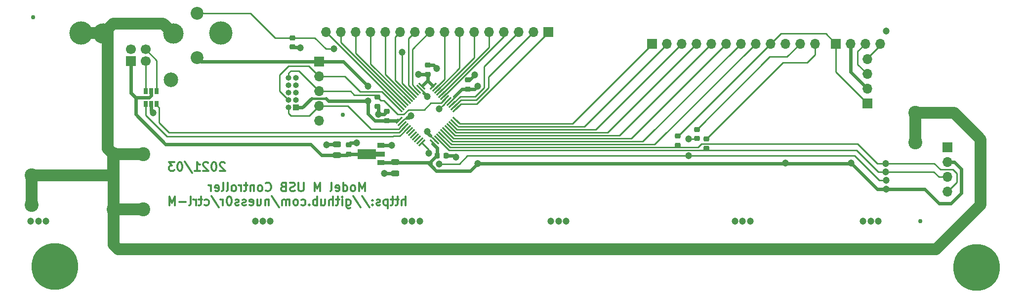
<source format=gbr>
G04 #@! TF.GenerationSoftware,KiCad,Pcbnew,6.0.11+dfsg-1*
G04 #@! TF.CreationDate,2023-05-31T16:11:06+02:00*
G04 #@! TF.ProjectId,ctrl-m,6374726c-2d6d-42e6-9b69-6361645f7063,1.1*
G04 #@! TF.SameCoordinates,Original*
G04 #@! TF.FileFunction,Copper,L2,Bot*
G04 #@! TF.FilePolarity,Positive*
%FSLAX46Y46*%
G04 Gerber Fmt 4.6, Leading zero omitted, Abs format (unit mm)*
G04 Created by KiCad (PCBNEW 6.0.11+dfsg-1) date 2023-05-31 16:11:06*
%MOMM*%
%LPD*%
G01*
G04 APERTURE LIST*
G04 Aperture macros list*
%AMRoundRect*
0 Rectangle with rounded corners*
0 $1 Rounding radius*
0 $2 $3 $4 $5 $6 $7 $8 $9 X,Y pos of 4 corners*
0 Add a 4 corners polygon primitive as box body*
4,1,4,$2,$3,$4,$5,$6,$7,$8,$9,$2,$3,0*
0 Add four circle primitives for the rounded corners*
1,1,$1+$1,$2,$3*
1,1,$1+$1,$4,$5*
1,1,$1+$1,$6,$7*
1,1,$1+$1,$8,$9*
0 Add four rect primitives between the rounded corners*
20,1,$1+$1,$2,$3,$4,$5,0*
20,1,$1+$1,$4,$5,$6,$7,0*
20,1,$1+$1,$6,$7,$8,$9,0*
20,1,$1+$1,$8,$9,$2,$3,0*%
%AMFreePoly0*
4,1,9,3.862500,-0.866500,0.737500,-0.866500,0.737500,-0.450000,-0.737500,-0.450000,-0.737500,0.450000,0.737500,0.450000,0.737500,0.866500,3.862500,0.866500,3.862500,-0.866500,3.862500,-0.866500,$1*%
G04 Aperture macros list end*
%ADD10C,0.300000*%
G04 #@! TA.AperFunction,NonConductor*
%ADD11C,0.300000*%
G04 #@! TD*
G04 #@! TA.AperFunction,ComponentPad*
%ADD12R,1.700000X1.700000*%
G04 #@! TD*
G04 #@! TA.AperFunction,ComponentPad*
%ADD13C,1.700000*%
G04 #@! TD*
G04 #@! TA.AperFunction,ComponentPad*
%ADD14C,3.500000*%
G04 #@! TD*
G04 #@! TA.AperFunction,ComponentPad*
%ADD15R,1.000000X1.000000*%
G04 #@! TD*
G04 #@! TA.AperFunction,ComponentPad*
%ADD16O,1.000000X1.000000*%
G04 #@! TD*
G04 #@! TA.AperFunction,ComponentPad*
%ADD17O,1.700000X1.700000*%
G04 #@! TD*
G04 #@! TA.AperFunction,ComponentPad*
%ADD18C,2.400000*%
G04 #@! TD*
G04 #@! TA.AperFunction,ComponentPad*
%ADD19C,2.200000*%
G04 #@! TD*
G04 #@! TA.AperFunction,ComponentPad*
%ADD20C,8.000000*%
G04 #@! TD*
G04 #@! TA.AperFunction,ComponentPad*
%ADD21C,4.000000*%
G04 #@! TD*
G04 #@! TA.AperFunction,ComponentPad*
%ADD22C,2.500000*%
G04 #@! TD*
G04 #@! TA.AperFunction,SMDPad,CuDef*
%ADD23RoundRect,0.218750X-0.218750X-0.256250X0.218750X-0.256250X0.218750X0.256250X-0.218750X0.256250X0*%
G04 #@! TD*
G04 #@! TA.AperFunction,SMDPad,CuDef*
%ADD24RoundRect,0.218750X0.256250X-0.218750X0.256250X0.218750X-0.256250X0.218750X-0.256250X-0.218750X0*%
G04 #@! TD*
G04 #@! TA.AperFunction,SMDPad,CuDef*
%ADD25RoundRect,0.218750X-0.256250X0.218750X-0.256250X-0.218750X0.256250X-0.218750X0.256250X0.218750X0*%
G04 #@! TD*
G04 #@! TA.AperFunction,SMDPad,CuDef*
%ADD26RoundRect,0.075000X0.415425X0.521491X-0.521491X-0.415425X-0.415425X-0.521491X0.521491X0.415425X0*%
G04 #@! TD*
G04 #@! TA.AperFunction,SMDPad,CuDef*
%ADD27RoundRect,0.075000X-0.415425X0.521491X-0.521491X0.415425X0.415425X-0.521491X0.521491X-0.415425X0*%
G04 #@! TD*
G04 #@! TA.AperFunction,SMDPad,CuDef*
%ADD28R,0.650000X1.060000*%
G04 #@! TD*
G04 #@! TA.AperFunction,SMDPad,CuDef*
%ADD29C,0.750000*%
G04 #@! TD*
G04 #@! TA.AperFunction,SMDPad,CuDef*
%ADD30R,1.300000X0.900000*%
G04 #@! TD*
G04 #@! TA.AperFunction,SMDPad,CuDef*
%ADD31FreePoly0,180.000000*%
G04 #@! TD*
G04 #@! TA.AperFunction,SMDPad,CuDef*
%ADD32RoundRect,0.243750X0.456250X-0.243750X0.456250X0.243750X-0.456250X0.243750X-0.456250X-0.243750X0*%
G04 #@! TD*
G04 #@! TA.AperFunction,SMDPad,CuDef*
%ADD33RoundRect,0.243750X-0.456250X0.243750X-0.456250X-0.243750X0.456250X-0.243750X0.456250X0.243750X0*%
G04 #@! TD*
G04 #@! TA.AperFunction,ViaPad*
%ADD34C,1.200000*%
G04 #@! TD*
G04 #@! TA.AperFunction,Conductor*
%ADD35C,0.600000*%
G04 #@! TD*
G04 #@! TA.AperFunction,Conductor*
%ADD36C,0.250000*%
G04 #@! TD*
G04 #@! TA.AperFunction,Conductor*
%ADD37C,2.000000*%
G04 #@! TD*
G04 #@! TA.AperFunction,Conductor*
%ADD38C,0.400000*%
G04 #@! TD*
G04 APERTURE END LIST*
D10*
D11*
X121155714Y-107370071D02*
X121155714Y-105870071D01*
X120655714Y-106941500D01*
X120155714Y-105870071D01*
X120155714Y-107370071D01*
X119227142Y-107370071D02*
X119370000Y-107298642D01*
X119441428Y-107227214D01*
X119512857Y-107084357D01*
X119512857Y-106655785D01*
X119441428Y-106512928D01*
X119370000Y-106441500D01*
X119227142Y-106370071D01*
X119012857Y-106370071D01*
X118870000Y-106441500D01*
X118798571Y-106512928D01*
X118727142Y-106655785D01*
X118727142Y-107084357D01*
X118798571Y-107227214D01*
X118870000Y-107298642D01*
X119012857Y-107370071D01*
X119227142Y-107370071D01*
X117441428Y-107370071D02*
X117441428Y-105870071D01*
X117441428Y-107298642D02*
X117584285Y-107370071D01*
X117870000Y-107370071D01*
X118012857Y-107298642D01*
X118084285Y-107227214D01*
X118155714Y-107084357D01*
X118155714Y-106655785D01*
X118084285Y-106512928D01*
X118012857Y-106441500D01*
X117870000Y-106370071D01*
X117584285Y-106370071D01*
X117441428Y-106441500D01*
X116155714Y-107298642D02*
X116298571Y-107370071D01*
X116584285Y-107370071D01*
X116727142Y-107298642D01*
X116798571Y-107155785D01*
X116798571Y-106584357D01*
X116727142Y-106441500D01*
X116584285Y-106370071D01*
X116298571Y-106370071D01*
X116155714Y-106441500D01*
X116084285Y-106584357D01*
X116084285Y-106727214D01*
X116798571Y-106870071D01*
X115227142Y-107370071D02*
X115370000Y-107298642D01*
X115441428Y-107155785D01*
X115441428Y-105870071D01*
X113512857Y-107370071D02*
X113512857Y-105870071D01*
X113012857Y-106941500D01*
X112512857Y-105870071D01*
X112512857Y-107370071D01*
X110655714Y-105870071D02*
X110655714Y-107084357D01*
X110584285Y-107227214D01*
X110512857Y-107298642D01*
X110370000Y-107370071D01*
X110084285Y-107370071D01*
X109941428Y-107298642D01*
X109870000Y-107227214D01*
X109798571Y-107084357D01*
X109798571Y-105870071D01*
X109155714Y-107298642D02*
X108941428Y-107370071D01*
X108584285Y-107370071D01*
X108441428Y-107298642D01*
X108370000Y-107227214D01*
X108298571Y-107084357D01*
X108298571Y-106941500D01*
X108370000Y-106798642D01*
X108441428Y-106727214D01*
X108584285Y-106655785D01*
X108870000Y-106584357D01*
X109012857Y-106512928D01*
X109084285Y-106441500D01*
X109155714Y-106298642D01*
X109155714Y-106155785D01*
X109084285Y-106012928D01*
X109012857Y-105941500D01*
X108870000Y-105870071D01*
X108512857Y-105870071D01*
X108298571Y-105941500D01*
X107155714Y-106584357D02*
X106941428Y-106655785D01*
X106870000Y-106727214D01*
X106798571Y-106870071D01*
X106798571Y-107084357D01*
X106870000Y-107227214D01*
X106941428Y-107298642D01*
X107084285Y-107370071D01*
X107655714Y-107370071D01*
X107655714Y-105870071D01*
X107155714Y-105870071D01*
X107012857Y-105941500D01*
X106941428Y-106012928D01*
X106870000Y-106155785D01*
X106870000Y-106298642D01*
X106941428Y-106441500D01*
X107012857Y-106512928D01*
X107155714Y-106584357D01*
X107655714Y-106584357D01*
X104155714Y-107227214D02*
X104227142Y-107298642D01*
X104441428Y-107370071D01*
X104584285Y-107370071D01*
X104798571Y-107298642D01*
X104941428Y-107155785D01*
X105012857Y-107012928D01*
X105084285Y-106727214D01*
X105084285Y-106512928D01*
X105012857Y-106227214D01*
X104941428Y-106084357D01*
X104798571Y-105941500D01*
X104584285Y-105870071D01*
X104441428Y-105870071D01*
X104227142Y-105941500D01*
X104155714Y-106012928D01*
X103298571Y-107370071D02*
X103441428Y-107298642D01*
X103512857Y-107227214D01*
X103584285Y-107084357D01*
X103584285Y-106655785D01*
X103512857Y-106512928D01*
X103441428Y-106441500D01*
X103298571Y-106370071D01*
X103084285Y-106370071D01*
X102941428Y-106441500D01*
X102870000Y-106512928D01*
X102798571Y-106655785D01*
X102798571Y-107084357D01*
X102870000Y-107227214D01*
X102941428Y-107298642D01*
X103084285Y-107370071D01*
X103298571Y-107370071D01*
X102155714Y-106370071D02*
X102155714Y-107370071D01*
X102155714Y-106512928D02*
X102084285Y-106441500D01*
X101941428Y-106370071D01*
X101727142Y-106370071D01*
X101584285Y-106441500D01*
X101512857Y-106584357D01*
X101512857Y-107370071D01*
X101012857Y-106370071D02*
X100441428Y-106370071D01*
X100798571Y-105870071D02*
X100798571Y-107155785D01*
X100727142Y-107298642D01*
X100584285Y-107370071D01*
X100441428Y-107370071D01*
X99941428Y-107370071D02*
X99941428Y-106370071D01*
X99941428Y-106655785D02*
X99870000Y-106512928D01*
X99798571Y-106441500D01*
X99655714Y-106370071D01*
X99512857Y-106370071D01*
X98798571Y-107370071D02*
X98941428Y-107298642D01*
X99012857Y-107227214D01*
X99084285Y-107084357D01*
X99084285Y-106655785D01*
X99012857Y-106512928D01*
X98941428Y-106441500D01*
X98798571Y-106370071D01*
X98584285Y-106370071D01*
X98441428Y-106441500D01*
X98370000Y-106512928D01*
X98298571Y-106655785D01*
X98298571Y-107084357D01*
X98370000Y-107227214D01*
X98441428Y-107298642D01*
X98584285Y-107370071D01*
X98798571Y-107370071D01*
X97441428Y-107370071D02*
X97584285Y-107298642D01*
X97655714Y-107155785D01*
X97655714Y-105870071D01*
X96655714Y-107370071D02*
X96798571Y-107298642D01*
X96870000Y-107155785D01*
X96870000Y-105870071D01*
X95512857Y-107298642D02*
X95655714Y-107370071D01*
X95941428Y-107370071D01*
X96084285Y-107298642D01*
X96155714Y-107155785D01*
X96155714Y-106584357D01*
X96084285Y-106441500D01*
X95941428Y-106370071D01*
X95655714Y-106370071D01*
X95512857Y-106441500D01*
X95441428Y-106584357D01*
X95441428Y-106727214D01*
X96155714Y-106870071D01*
X94798571Y-107370071D02*
X94798571Y-106370071D01*
X94798571Y-106655785D02*
X94727142Y-106512928D01*
X94655714Y-106441500D01*
X94512857Y-106370071D01*
X94370000Y-106370071D01*
X128120000Y-109785071D02*
X128120000Y-108285071D01*
X127477142Y-109785071D02*
X127477142Y-108999357D01*
X127548571Y-108856500D01*
X127691428Y-108785071D01*
X127905714Y-108785071D01*
X128048571Y-108856500D01*
X128120000Y-108927928D01*
X126977142Y-108785071D02*
X126405714Y-108785071D01*
X126762857Y-108285071D02*
X126762857Y-109570785D01*
X126691428Y-109713642D01*
X126548571Y-109785071D01*
X126405714Y-109785071D01*
X126120000Y-108785071D02*
X125548571Y-108785071D01*
X125905714Y-108285071D02*
X125905714Y-109570785D01*
X125834285Y-109713642D01*
X125691428Y-109785071D01*
X125548571Y-109785071D01*
X125048571Y-108785071D02*
X125048571Y-110285071D01*
X125048571Y-108856500D02*
X124905714Y-108785071D01*
X124620000Y-108785071D01*
X124477142Y-108856500D01*
X124405714Y-108927928D01*
X124334285Y-109070785D01*
X124334285Y-109499357D01*
X124405714Y-109642214D01*
X124477142Y-109713642D01*
X124620000Y-109785071D01*
X124905714Y-109785071D01*
X125048571Y-109713642D01*
X123762857Y-109713642D02*
X123620000Y-109785071D01*
X123334285Y-109785071D01*
X123191428Y-109713642D01*
X123120000Y-109570785D01*
X123120000Y-109499357D01*
X123191428Y-109356500D01*
X123334285Y-109285071D01*
X123548571Y-109285071D01*
X123691428Y-109213642D01*
X123762857Y-109070785D01*
X123762857Y-108999357D01*
X123691428Y-108856500D01*
X123548571Y-108785071D01*
X123334285Y-108785071D01*
X123191428Y-108856500D01*
X122477142Y-109642214D02*
X122405714Y-109713642D01*
X122477142Y-109785071D01*
X122548571Y-109713642D01*
X122477142Y-109642214D01*
X122477142Y-109785071D01*
X122477142Y-108856500D02*
X122405714Y-108927928D01*
X122477142Y-108999357D01*
X122548571Y-108927928D01*
X122477142Y-108856500D01*
X122477142Y-108999357D01*
X120691428Y-108213642D02*
X121977142Y-110142214D01*
X119120000Y-108213642D02*
X120405714Y-110142214D01*
X117977142Y-108785071D02*
X117977142Y-109999357D01*
X118048571Y-110142214D01*
X118120000Y-110213642D01*
X118262857Y-110285071D01*
X118477142Y-110285071D01*
X118620000Y-110213642D01*
X117977142Y-109713642D02*
X118120000Y-109785071D01*
X118405714Y-109785071D01*
X118548571Y-109713642D01*
X118620000Y-109642214D01*
X118691428Y-109499357D01*
X118691428Y-109070785D01*
X118620000Y-108927928D01*
X118548571Y-108856500D01*
X118405714Y-108785071D01*
X118120000Y-108785071D01*
X117977142Y-108856500D01*
X117262857Y-109785071D02*
X117262857Y-108785071D01*
X117262857Y-108285071D02*
X117334285Y-108356500D01*
X117262857Y-108427928D01*
X117191428Y-108356500D01*
X117262857Y-108285071D01*
X117262857Y-108427928D01*
X116762857Y-108785071D02*
X116191428Y-108785071D01*
X116548571Y-108285071D02*
X116548571Y-109570785D01*
X116477142Y-109713642D01*
X116334285Y-109785071D01*
X116191428Y-109785071D01*
X115691428Y-109785071D02*
X115691428Y-108285071D01*
X115048571Y-109785071D02*
X115048571Y-108999357D01*
X115120000Y-108856500D01*
X115262857Y-108785071D01*
X115477142Y-108785071D01*
X115620000Y-108856500D01*
X115691428Y-108927928D01*
X113691428Y-108785071D02*
X113691428Y-109785071D01*
X114334285Y-108785071D02*
X114334285Y-109570785D01*
X114262857Y-109713642D01*
X114120000Y-109785071D01*
X113905714Y-109785071D01*
X113762857Y-109713642D01*
X113691428Y-109642214D01*
X112977142Y-109785071D02*
X112977142Y-108285071D01*
X112977142Y-108856500D02*
X112834285Y-108785071D01*
X112548571Y-108785071D01*
X112405714Y-108856500D01*
X112334285Y-108927928D01*
X112262857Y-109070785D01*
X112262857Y-109499357D01*
X112334285Y-109642214D01*
X112405714Y-109713642D01*
X112548571Y-109785071D01*
X112834285Y-109785071D01*
X112977142Y-109713642D01*
X111619999Y-109642214D02*
X111548571Y-109713642D01*
X111619999Y-109785071D01*
X111691428Y-109713642D01*
X111619999Y-109642214D01*
X111619999Y-109785071D01*
X110262857Y-109713642D02*
X110405714Y-109785071D01*
X110691428Y-109785071D01*
X110834285Y-109713642D01*
X110905714Y-109642214D01*
X110977142Y-109499357D01*
X110977142Y-109070785D01*
X110905714Y-108927928D01*
X110834285Y-108856500D01*
X110691428Y-108785071D01*
X110405714Y-108785071D01*
X110262857Y-108856500D01*
X109405714Y-109785071D02*
X109548571Y-109713642D01*
X109619999Y-109642214D01*
X109691428Y-109499357D01*
X109691428Y-109070785D01*
X109619999Y-108927928D01*
X109548571Y-108856500D01*
X109405714Y-108785071D01*
X109191428Y-108785071D01*
X109048571Y-108856500D01*
X108977142Y-108927928D01*
X108905714Y-109070785D01*
X108905714Y-109499357D01*
X108977142Y-109642214D01*
X109048571Y-109713642D01*
X109191428Y-109785071D01*
X109405714Y-109785071D01*
X108262857Y-109785071D02*
X108262857Y-108785071D01*
X108262857Y-108927928D02*
X108191428Y-108856500D01*
X108048571Y-108785071D01*
X107834285Y-108785071D01*
X107691428Y-108856500D01*
X107619999Y-108999357D01*
X107619999Y-109785071D01*
X107619999Y-108999357D02*
X107548571Y-108856500D01*
X107405714Y-108785071D01*
X107191428Y-108785071D01*
X107048571Y-108856500D01*
X106977142Y-108999357D01*
X106977142Y-109785071D01*
X105191428Y-108213642D02*
X106477142Y-110142214D01*
X104691428Y-108785071D02*
X104691428Y-109785071D01*
X104691428Y-108927928D02*
X104619999Y-108856500D01*
X104477142Y-108785071D01*
X104262857Y-108785071D01*
X104119999Y-108856500D01*
X104048571Y-108999357D01*
X104048571Y-109785071D01*
X102691428Y-108785071D02*
X102691428Y-109785071D01*
X103334285Y-108785071D02*
X103334285Y-109570785D01*
X103262857Y-109713642D01*
X103119999Y-109785071D01*
X102905714Y-109785071D01*
X102762857Y-109713642D01*
X102691428Y-109642214D01*
X101405714Y-109713642D02*
X101548571Y-109785071D01*
X101834285Y-109785071D01*
X101977142Y-109713642D01*
X102048571Y-109570785D01*
X102048571Y-108999357D01*
X101977142Y-108856500D01*
X101834285Y-108785071D01*
X101548571Y-108785071D01*
X101405714Y-108856500D01*
X101334285Y-108999357D01*
X101334285Y-109142214D01*
X102048571Y-109285071D01*
X100762857Y-109713642D02*
X100619999Y-109785071D01*
X100334285Y-109785071D01*
X100191428Y-109713642D01*
X100119999Y-109570785D01*
X100119999Y-109499357D01*
X100191428Y-109356500D01*
X100334285Y-109285071D01*
X100548571Y-109285071D01*
X100691428Y-109213642D01*
X100762857Y-109070785D01*
X100762857Y-108999357D01*
X100691428Y-108856500D01*
X100548571Y-108785071D01*
X100334285Y-108785071D01*
X100191428Y-108856500D01*
X99548571Y-109713642D02*
X99405714Y-109785071D01*
X99119999Y-109785071D01*
X98977142Y-109713642D01*
X98905714Y-109570785D01*
X98905714Y-109499357D01*
X98977142Y-109356500D01*
X99119999Y-109285071D01*
X99334285Y-109285071D01*
X99477142Y-109213642D01*
X99548571Y-109070785D01*
X99548571Y-108999357D01*
X99477142Y-108856500D01*
X99334285Y-108785071D01*
X99119999Y-108785071D01*
X98977142Y-108856500D01*
X97977142Y-108285071D02*
X97834285Y-108285071D01*
X97691428Y-108356500D01*
X97619999Y-108427928D01*
X97548571Y-108570785D01*
X97477142Y-108856500D01*
X97477142Y-109213642D01*
X97548571Y-109499357D01*
X97619999Y-109642214D01*
X97691428Y-109713642D01*
X97834285Y-109785071D01*
X97977142Y-109785071D01*
X98119999Y-109713642D01*
X98191428Y-109642214D01*
X98262857Y-109499357D01*
X98334285Y-109213642D01*
X98334285Y-108856500D01*
X98262857Y-108570785D01*
X98191428Y-108427928D01*
X98119999Y-108356500D01*
X97977142Y-108285071D01*
X96834285Y-109785071D02*
X96834285Y-108785071D01*
X96834285Y-109070785D02*
X96762857Y-108927928D01*
X96691428Y-108856500D01*
X96548571Y-108785071D01*
X96405714Y-108785071D01*
X94834285Y-108213642D02*
X96119999Y-110142214D01*
X93691428Y-109713642D02*
X93834285Y-109785071D01*
X94119999Y-109785071D01*
X94262857Y-109713642D01*
X94334285Y-109642214D01*
X94405714Y-109499357D01*
X94405714Y-109070785D01*
X94334285Y-108927928D01*
X94262857Y-108856500D01*
X94119999Y-108785071D01*
X93834285Y-108785071D01*
X93691428Y-108856500D01*
X93262857Y-108785071D02*
X92691428Y-108785071D01*
X93048571Y-108285071D02*
X93048571Y-109570785D01*
X92977142Y-109713642D01*
X92834285Y-109785071D01*
X92691428Y-109785071D01*
X92191428Y-109785071D02*
X92191428Y-108785071D01*
X92191428Y-109070785D02*
X92119999Y-108927928D01*
X92048571Y-108856500D01*
X91905714Y-108785071D01*
X91762857Y-108785071D01*
X91048571Y-109785071D02*
X91191428Y-109713642D01*
X91262857Y-109570785D01*
X91262857Y-108285071D01*
X90477142Y-109213642D02*
X89334285Y-109213642D01*
X88619999Y-109785071D02*
X88619999Y-108285071D01*
X88119999Y-109356500D01*
X87619999Y-108285071D01*
X87619999Y-109785071D01*
D10*
D11*
X97155714Y-102520428D02*
X97084285Y-102449000D01*
X96941428Y-102377571D01*
X96584285Y-102377571D01*
X96441428Y-102449000D01*
X96370000Y-102520428D01*
X96298571Y-102663285D01*
X96298571Y-102806142D01*
X96370000Y-103020428D01*
X97227142Y-103877571D01*
X96298571Y-103877571D01*
X95370000Y-102377571D02*
X95227142Y-102377571D01*
X95084285Y-102449000D01*
X95012857Y-102520428D01*
X94941428Y-102663285D01*
X94870000Y-102949000D01*
X94870000Y-103306142D01*
X94941428Y-103591857D01*
X95012857Y-103734714D01*
X95084285Y-103806142D01*
X95227142Y-103877571D01*
X95370000Y-103877571D01*
X95512857Y-103806142D01*
X95584285Y-103734714D01*
X95655714Y-103591857D01*
X95727142Y-103306142D01*
X95727142Y-102949000D01*
X95655714Y-102663285D01*
X95584285Y-102520428D01*
X95512857Y-102449000D01*
X95370000Y-102377571D01*
X94298571Y-102520428D02*
X94227142Y-102449000D01*
X94084285Y-102377571D01*
X93727142Y-102377571D01*
X93584285Y-102449000D01*
X93512857Y-102520428D01*
X93441428Y-102663285D01*
X93441428Y-102806142D01*
X93512857Y-103020428D01*
X94370000Y-103877571D01*
X93441428Y-103877571D01*
X92012857Y-103877571D02*
X92870000Y-103877571D01*
X92441428Y-103877571D02*
X92441428Y-102377571D01*
X92584285Y-102591857D01*
X92727142Y-102734714D01*
X92870000Y-102806142D01*
X90298571Y-102306142D02*
X91584285Y-104234714D01*
X89512857Y-102377571D02*
X89370000Y-102377571D01*
X89227142Y-102449000D01*
X89155714Y-102520428D01*
X89084285Y-102663285D01*
X89012857Y-102949000D01*
X89012857Y-103306142D01*
X89084285Y-103591857D01*
X89155714Y-103734714D01*
X89227142Y-103806142D01*
X89370000Y-103877571D01*
X89512857Y-103877571D01*
X89655714Y-103806142D01*
X89727142Y-103734714D01*
X89798571Y-103591857D01*
X89870000Y-103306142D01*
X89870000Y-102949000D01*
X89798571Y-102663285D01*
X89727142Y-102520428D01*
X89655714Y-102449000D01*
X89512857Y-102377571D01*
X88512857Y-102377571D02*
X87584285Y-102377571D01*
X88084285Y-102949000D01*
X87870000Y-102949000D01*
X87727142Y-103020428D01*
X87655714Y-103091857D01*
X87584285Y-103234714D01*
X87584285Y-103591857D01*
X87655714Y-103734714D01*
X87727142Y-103806142D01*
X87870000Y-103877571D01*
X88298571Y-103877571D01*
X88441428Y-103806142D01*
X88512857Y-103734714D01*
D12*
X81070000Y-85000000D03*
D13*
X83570000Y-85000000D03*
X83570000Y-83000000D03*
X81070000Y-83000000D03*
D14*
X76300000Y-80290000D03*
X88340000Y-80290000D03*
D15*
X109347000Y-92964000D03*
D16*
X108077000Y-92964000D03*
X109347000Y-91694000D03*
X108077000Y-91694000D03*
X109347000Y-90424000D03*
X108077000Y-90424000D03*
X109347000Y-89154000D03*
X108077000Y-89154000D03*
X109347000Y-87884000D03*
X108077000Y-87884000D03*
D12*
X152600000Y-80000000D03*
D17*
X150060000Y-80000000D03*
X147520000Y-80000000D03*
X144980000Y-80000000D03*
X142440000Y-80000000D03*
X139900000Y-80000000D03*
X137360000Y-80000000D03*
X134820000Y-80000000D03*
X132280000Y-80000000D03*
X129740000Y-80000000D03*
X127200000Y-80000000D03*
X124660000Y-80000000D03*
X122120000Y-80000000D03*
X119580000Y-80000000D03*
X117040000Y-80000000D03*
X114500000Y-80000000D03*
D12*
X170400000Y-82000000D03*
D17*
X172940000Y-82000000D03*
X175480000Y-82000000D03*
X178020000Y-82000000D03*
X180560000Y-82000000D03*
X183100000Y-82000000D03*
X185640000Y-82000000D03*
X188180000Y-82000000D03*
X190720000Y-82000000D03*
X193260000Y-82000000D03*
X195800000Y-82000000D03*
X198340000Y-82000000D03*
D12*
X201880000Y-82000000D03*
D17*
X204420000Y-82000000D03*
X206960000Y-82000000D03*
X209500000Y-82000000D03*
D18*
X215500000Y-93920000D03*
X215500000Y-99000000D03*
X64000000Y-109749000D03*
X64000000Y-104669000D03*
X78060000Y-101000000D03*
X83140000Y-101000000D03*
D12*
X221000000Y-99822000D03*
D17*
X221000000Y-102362000D03*
X221000000Y-104902000D03*
X221000000Y-107442000D03*
D12*
X113284000Y-85059000D03*
D17*
X113284000Y-87599000D03*
X113284000Y-90139000D03*
X113284000Y-92679000D03*
X113284000Y-95219000D03*
D18*
X83140000Y-110469000D03*
X78060000Y-110469000D03*
D12*
X207270000Y-92269000D03*
D17*
X207270000Y-89729000D03*
X207270000Y-87189000D03*
X207270000Y-84649000D03*
D19*
X92400000Y-76769000D03*
X92400000Y-84389000D03*
D20*
X68000000Y-120300000D03*
X226000000Y-120500000D03*
D21*
X72470000Y-80169000D03*
X96500000Y-80199000D03*
D22*
X87900000Y-88199000D03*
D23*
X133536500Y-101289000D03*
X135111500Y-101289000D03*
D24*
X124900000Y-95250000D03*
X124900000Y-93675000D03*
X108728000Y-82558000D03*
X108728000Y-80983000D03*
D25*
X178076500Y-96748500D03*
X178076500Y-98323500D03*
D26*
X132902788Y-89301124D03*
X133256342Y-89654678D03*
X133609895Y-90008231D03*
X133963449Y-90361785D03*
X134317002Y-90715338D03*
X134670555Y-91068891D03*
X135024109Y-91422445D03*
X135377662Y-91775998D03*
X135731215Y-92129551D03*
X136084769Y-92483105D03*
X136438322Y-92836658D03*
X136791876Y-93190212D03*
D27*
X136791876Y-95187788D03*
X136438322Y-95541342D03*
X136084769Y-95894895D03*
X135731215Y-96248449D03*
X135377662Y-96602002D03*
X135024109Y-96955555D03*
X134670555Y-97309109D03*
X134317002Y-97662662D03*
X133963449Y-98016215D03*
X133609895Y-98369769D03*
X133256342Y-98723322D03*
X132902788Y-99076876D03*
D26*
X130905212Y-99076876D03*
X130551658Y-98723322D03*
X130198105Y-98369769D03*
X129844551Y-98016215D03*
X129490998Y-97662662D03*
X129137445Y-97309109D03*
X128783891Y-96955555D03*
X128430338Y-96602002D03*
X128076785Y-96248449D03*
X127723231Y-95894895D03*
X127369678Y-95541342D03*
X127016124Y-95187788D03*
D27*
X127016124Y-93190212D03*
X127369678Y-92836658D03*
X127723231Y-92483105D03*
X128076785Y-92129551D03*
X128430338Y-91775998D03*
X128783891Y-91422445D03*
X129137445Y-91068891D03*
X129490998Y-90715338D03*
X129844551Y-90361785D03*
X130198105Y-90008231D03*
X130551658Y-89654678D03*
X130905212Y-89301124D03*
D25*
X123320000Y-91211500D03*
X123320000Y-92786500D03*
X174774500Y-97891500D03*
X174774500Y-99466500D03*
X179664000Y-98399500D03*
X179664000Y-99974500D03*
D24*
X138811000Y-89789000D03*
X138811000Y-88214000D03*
D28*
X85471000Y-92329000D03*
X84521000Y-92329000D03*
X83571000Y-92329000D03*
X83571000Y-90129000D03*
X84521000Y-90129000D03*
X85471000Y-90129000D03*
D24*
X131924000Y-87289000D03*
X131924000Y-85714000D03*
D29*
X64330000Y-77499000D03*
X216340000Y-112529000D03*
X117400000Y-94219000D03*
D30*
X123920000Y-99469000D03*
D31*
X123832500Y-100969000D03*
D30*
X123920000Y-102469000D03*
D24*
X118370000Y-100956500D03*
X118370000Y-99381500D03*
D32*
X116370000Y-101206500D03*
X116370000Y-99331500D03*
D33*
X126365000Y-102392000D03*
X126365000Y-104267000D03*
D34*
X63900000Y-112549000D03*
X66500000Y-112549000D03*
X65200000Y-112549000D03*
X206550000Y-112549000D03*
X209150000Y-112549000D03*
X207850000Y-112549000D03*
X184600000Y-112549000D03*
X187200000Y-112549000D03*
X185900000Y-112549000D03*
X153050000Y-112549000D03*
X155650000Y-112549000D03*
X154350000Y-112549000D03*
X127950000Y-112549000D03*
X130550000Y-112549000D03*
X129250000Y-112549000D03*
X104950000Y-112549000D03*
X103650000Y-112549000D03*
X102350000Y-112549000D03*
X114570000Y-99369000D03*
X119770000Y-99069000D03*
X124460000Y-104267000D03*
X125770000Y-99469000D03*
X84840000Y-93869000D03*
X136779000Y-101536500D03*
X131826000Y-91059000D03*
X210510000Y-79799000D03*
X133915328Y-93227010D03*
X133500001Y-86299001D03*
X123480000Y-94099000D03*
X129022064Y-94423520D03*
X131889500Y-97091500D03*
X110070000Y-82669000D03*
X139965501Y-87364501D03*
X210500000Y-106999000D03*
X140462000Y-102616000D03*
X204499998Y-102500000D03*
X121666022Y-89281000D03*
X121666000Y-91844996D03*
X140462000Y-89281000D03*
X130302000Y-87249000D03*
X193230500Y-102500000D03*
X210600000Y-117379000D03*
X78065010Y-112709000D03*
X127560000Y-83439000D03*
X115869986Y-82869000D03*
X210460000Y-104019000D03*
X176616002Y-98361500D03*
X210490000Y-105499000D03*
X132070007Y-100868993D03*
X133870014Y-102669000D03*
X176616000Y-101282500D03*
X210440000Y-102599000D03*
D35*
X121666000Y-91844996D02*
X114913496Y-91844996D01*
X114913496Y-91844996D02*
X114467500Y-91399000D01*
X109347000Y-92964000D02*
X110446000Y-92964000D01*
X110446000Y-92964000D02*
X112011000Y-91399000D01*
D36*
X110930000Y-85869000D02*
X108070000Y-85869000D01*
X113284000Y-87599000D02*
X111554000Y-85869000D01*
X111554000Y-85869000D02*
X110930000Y-85869000D01*
X109814000Y-86669000D02*
X109680000Y-86669000D01*
X109680000Y-86669000D02*
X108477000Y-86669000D01*
X113284000Y-90139000D02*
X109814000Y-86669000D01*
X111117000Y-94369000D02*
X111594000Y-94369000D01*
X111594000Y-94369000D02*
X113284000Y-92679000D01*
X120368000Y-90269000D02*
X118049000Y-87950000D01*
X113284000Y-87599000D02*
X117698000Y-87599000D01*
X117698000Y-87599000D02*
X118049000Y-87950000D01*
X119364501Y-90809000D02*
X118727251Y-90171749D01*
X113284000Y-90139000D02*
X118694502Y-90139000D01*
X118694502Y-90139000D02*
X118727251Y-90171749D01*
X122174000Y-96647000D02*
X118338000Y-92811000D01*
X113284000Y-92679000D02*
X118206000Y-92679000D01*
X118206000Y-92679000D02*
X118338000Y-92811000D01*
D35*
X92400000Y-84389000D02*
X93070000Y-85059000D01*
X93070000Y-85059000D02*
X113284000Y-85059000D01*
X113284000Y-85059000D02*
X117444022Y-85059000D01*
X117444022Y-85059000D02*
X121666022Y-89281000D01*
D36*
X129137445Y-91068891D02*
X126350001Y-88281447D01*
X126350001Y-88281447D02*
X126350001Y-80849999D01*
X126350001Y-80849999D02*
X127200000Y-80000000D01*
D35*
X210500000Y-106999000D02*
X208998998Y-106999000D01*
D36*
X174670000Y-99669000D02*
X174823000Y-99822000D01*
X174823000Y-99822000D02*
X178237389Y-99822000D01*
X178237389Y-99822000D02*
X178872389Y-99187000D01*
X178872389Y-99187000D02*
X205588000Y-99187000D01*
X205588000Y-99187000D02*
X209000000Y-102599000D01*
X209000000Y-102599000D02*
X218750000Y-102599000D01*
X218750000Y-102599000D02*
X219800000Y-103649000D01*
X219800000Y-103649000D02*
X221950000Y-103649000D01*
X221950000Y-103649000D02*
X222600000Y-104299000D01*
X222600000Y-104299000D02*
X222600000Y-105842000D01*
X222600000Y-105842000D02*
X221000000Y-107442000D01*
D37*
X215500000Y-93920000D02*
X222190000Y-93920000D01*
X219046910Y-117344010D02*
X78848617Y-117344010D01*
X222190000Y-93920000D02*
X226700000Y-98430000D01*
X78065010Y-116560403D02*
X78065010Y-110474010D01*
X226700000Y-98430000D02*
X226700000Y-109690920D01*
X226700000Y-109690920D02*
X219046910Y-117344010D01*
X78848617Y-117344010D02*
X78065010Y-116560403D01*
X78065010Y-110474010D02*
X78060000Y-110469000D01*
D36*
X210490000Y-105499000D02*
X209300000Y-105499000D01*
X133609895Y-98369769D02*
X135570126Y-100330000D01*
X218680000Y-104029000D02*
X219553000Y-104902000D01*
X135570126Y-100330000D02*
X205431000Y-100330000D01*
X205431000Y-100330000D02*
X209130000Y-104029000D01*
X209130000Y-104029000D02*
X218680000Y-104029000D01*
X219553000Y-104902000D02*
X221000000Y-104902000D01*
D35*
X221000000Y-102362000D02*
X222213000Y-102362000D01*
X222213000Y-102362000D02*
X223400000Y-103549000D01*
X223400000Y-103549000D02*
X223400000Y-107709000D01*
X223400000Y-107709000D02*
X221640000Y-109469000D01*
X208998998Y-106999000D02*
X204499998Y-102500000D01*
X221640000Y-109469000D02*
X219570000Y-109469000D01*
X219570000Y-109469000D02*
X217100000Y-106999000D01*
X217100000Y-106999000D02*
X208998998Y-106999000D01*
D36*
X205083500Y-101282500D02*
X138712252Y-101282500D01*
X179664000Y-99974500D02*
X179664000Y-100330000D01*
X178457500Y-101282500D02*
X177323106Y-101282500D01*
X177323106Y-101282500D02*
X176616000Y-101282500D01*
D35*
X125449949Y-104267000D02*
X124460000Y-104267000D01*
X135111500Y-101289000D02*
X136531500Y-101289000D01*
X114607500Y-99331500D02*
X114570000Y-99369000D01*
X131889500Y-97091500D02*
X131889500Y-97356480D01*
X138811000Y-88214000D02*
X139116002Y-88214000D01*
X126365000Y-104267000D02*
X125449949Y-104267000D01*
X128703584Y-94742000D02*
X129022064Y-94423520D01*
D36*
X130551658Y-89654678D02*
X131826000Y-90929020D01*
D35*
X118370000Y-99381500D02*
X118682500Y-99069000D01*
X132915000Y-85714000D02*
X133500001Y-86299001D01*
D36*
X133212020Y-98679000D02*
X133223000Y-98679000D01*
X131826000Y-90929020D02*
X131826000Y-91059000D01*
X128016000Y-94869000D02*
X127381000Y-95504000D01*
D35*
X131826000Y-91059000D02*
X131294606Y-90527606D01*
X128397000Y-94742000D02*
X128703584Y-94742000D01*
X123480000Y-93979000D02*
X123480000Y-93039000D01*
X131924000Y-85714000D02*
X132915000Y-85714000D01*
D36*
X135366340Y-91775998D02*
X134615327Y-92527011D01*
D35*
X84521000Y-93550000D02*
X84840000Y-93869000D01*
X116370000Y-99331500D02*
X114607500Y-99331500D01*
X131889500Y-97091500D02*
X131889500Y-97345500D01*
X136531500Y-101289000D02*
X136779000Y-101536500D01*
X123480000Y-94099000D02*
X124500000Y-94099000D01*
X131889500Y-97345500D02*
X132334000Y-97790000D01*
X118682500Y-99069000D02*
X119770000Y-99069000D01*
X124500000Y-94099000D02*
X124900000Y-93699000D01*
D36*
X128270993Y-94869000D02*
X128016000Y-94869000D01*
D35*
X84521000Y-92329000D02*
X84521000Y-93550000D01*
D36*
X132334000Y-97790000D02*
X133212020Y-98679000D01*
D35*
X139116002Y-88214000D02*
X139965501Y-87364501D01*
X110035000Y-82634000D02*
X110070000Y-82669000D01*
X123920000Y-99469000D02*
X125770000Y-99469000D01*
D36*
X131889500Y-97356480D02*
X132334000Y-97790000D01*
X135377662Y-91775998D02*
X135366340Y-91775998D01*
D35*
X108728000Y-82634000D02*
X110035000Y-82634000D01*
D36*
X134615327Y-92527011D02*
X133915328Y-93227010D01*
D35*
X123480000Y-93039000D02*
X123320000Y-92879000D01*
X87020000Y-99269000D02*
X111870000Y-99269000D01*
X84521000Y-90934002D02*
X84184001Y-91271001D01*
X118370000Y-100956500D02*
X123820000Y-100956500D01*
X111870000Y-99269000D02*
X113770000Y-101169000D01*
X116332500Y-101169000D02*
X116370000Y-101206500D01*
X123820000Y-100956500D02*
X123832500Y-100969000D01*
X84521000Y-90129000D02*
X84521000Y-90934002D01*
X81873001Y-91271001D02*
X81873001Y-94122001D01*
X116370000Y-101206500D02*
X118120000Y-101206500D01*
X84184001Y-91271001D02*
X81873001Y-91271001D01*
X113770000Y-101169000D02*
X116332500Y-101169000D01*
X81070000Y-90468000D02*
X81873001Y-91271001D01*
X118120000Y-101206500D02*
X118370000Y-100956500D01*
X81873001Y-94122001D02*
X87020000Y-99269000D01*
X81070000Y-85000000D02*
X81070000Y-90468000D01*
X200123000Y-102616000D02*
X140462000Y-102616000D01*
X133450000Y-101289000D02*
X132469996Y-102269004D01*
X132266000Y-102473000D02*
X132469996Y-102269004D01*
X131924000Y-88294000D02*
X131017117Y-89200883D01*
X133198015Y-99621429D02*
X133198015Y-99584249D01*
X204420000Y-86879000D02*
X204420000Y-82000000D01*
X131924000Y-87289000D02*
X130342000Y-87289000D01*
X130342000Y-87289000D02*
X130302000Y-87249000D01*
X139954000Y-89789000D02*
X140462000Y-89281000D01*
D36*
X136525000Y-91059000D02*
X136525000Y-91300426D01*
D35*
X121666000Y-94055000D02*
X121666000Y-91844996D01*
X137795000Y-89789000D02*
X136779000Y-90805000D01*
X133389996Y-103869002D02*
X133152994Y-103632000D01*
X139208998Y-103869002D02*
X133389996Y-103869002D01*
X133536500Y-99922734D02*
X132796715Y-99182949D01*
D36*
X136525000Y-91300426D02*
X135763000Y-92062426D01*
D35*
X133536500Y-101289000D02*
X133450000Y-101289000D01*
D36*
X135763000Y-92062426D02*
X135763000Y-92075000D01*
D35*
X132756051Y-89195051D02*
X132796715Y-89195051D01*
X123924000Y-102473000D02*
X123920000Y-102469000D01*
X133152994Y-103632000D02*
X131993994Y-102473000D01*
X136779000Y-90805000D02*
X136525000Y-91059000D01*
D38*
X114467500Y-91399000D02*
X113832500Y-91399000D01*
D35*
X126712766Y-95279000D02*
X122890000Y-95279000D01*
X138811000Y-89789000D02*
X137795000Y-89789000D01*
X140462000Y-102616000D02*
X139208998Y-103869002D01*
X138811000Y-89789000D02*
X139954000Y-89789000D01*
X207270000Y-89729000D02*
X204420000Y-86879000D01*
X131924000Y-88363000D02*
X132756051Y-89195051D01*
X131924000Y-87289000D02*
X131924000Y-88363000D01*
X131924000Y-87289000D02*
X131924000Y-88294000D01*
X132469996Y-102269004D02*
X132469996Y-102949002D01*
D38*
X113789000Y-91399000D02*
X112011000Y-91399000D01*
D35*
X131993994Y-102473000D02*
X132266000Y-102473000D01*
X133536500Y-101289000D02*
X133536500Y-99922734D01*
X204383998Y-102616000D02*
X200123000Y-102616000D01*
X132469996Y-102949002D02*
X133152994Y-103632000D01*
X126803978Y-95187788D02*
X126712766Y-95279000D01*
X131993994Y-102473000D02*
X123924000Y-102473000D01*
X122890000Y-95279000D02*
X121666000Y-94055000D01*
D36*
X135024109Y-91422445D02*
X134244554Y-92202000D01*
X123300000Y-91199000D02*
X123200000Y-91199000D01*
X132461000Y-92202000D02*
X131318000Y-93345000D01*
X108077000Y-87069000D02*
X108077000Y-87884000D01*
X123200000Y-91199000D02*
X122810000Y-90809000D01*
X134244554Y-92202000D02*
X132461000Y-92202000D01*
X128651000Y-93345000D02*
X127827000Y-94169000D01*
X123900000Y-91799000D02*
X123300000Y-91199000D01*
X126740000Y-94169000D02*
X124370000Y-91799000D01*
X124370000Y-91799000D02*
X123900000Y-91799000D01*
X108477000Y-86669000D02*
X108077000Y-87069000D01*
X131318000Y-93345000D02*
X128651000Y-93345000D01*
X127827000Y-94169000D02*
X126740000Y-94169000D01*
X122810000Y-90809000D02*
X119364501Y-90809000D01*
D37*
X86590001Y-78540001D02*
X88340000Y-80290000D01*
X83140000Y-110469000D02*
X78060000Y-110469000D01*
X72470000Y-80169000D02*
X76179000Y-80169000D01*
X77978000Y-104669000D02*
X77978000Y-101082000D01*
X76179000Y-80169000D02*
X76300000Y-80290000D01*
X65751000Y-104669000D02*
X77978000Y-104669000D01*
X78060000Y-101000000D02*
X77100001Y-100040001D01*
X83140000Y-101000000D02*
X78060000Y-101000000D01*
X78049999Y-78540001D02*
X86590001Y-78540001D01*
X215500000Y-99000000D02*
X215500000Y-93920000D01*
X77978000Y-101082000D02*
X78060000Y-101000000D01*
X78060000Y-110469000D02*
X78060000Y-101000000D01*
X65751000Y-104669000D02*
X64000000Y-104669000D01*
X64000000Y-104669000D02*
X64000000Y-109417786D01*
X77100001Y-79489999D02*
X78049999Y-78540001D01*
X77100001Y-100040001D02*
X77100001Y-79489999D01*
D36*
X83571000Y-90129000D02*
X83571000Y-85001000D01*
X83571000Y-85001000D02*
X83570000Y-85000000D01*
X85471000Y-84901000D02*
X83570000Y-83000000D01*
X85471000Y-90129000D02*
X85471000Y-84901000D01*
X127000000Y-96647000D02*
X122174000Y-96647000D01*
X108466000Y-94369000D02*
X108077000Y-93980000D01*
X127155283Y-96491717D02*
X127000000Y-96647000D01*
X108077000Y-93980000D02*
X108077000Y-92964000D01*
X111117000Y-94369000D02*
X108466000Y-94369000D01*
X127723231Y-95894895D02*
X127155283Y-96462843D01*
X127155283Y-96462843D02*
X127155283Y-96491717D01*
X107577001Y-91194001D02*
X108077000Y-91694000D01*
X106570000Y-90187000D02*
X107577001Y-91194001D01*
X106570000Y-87369000D02*
X106570000Y-90187000D01*
X126991212Y-93190212D02*
X124070000Y-90269000D01*
X108070000Y-85869000D02*
X106570000Y-87369000D01*
X124070000Y-90269000D02*
X120368000Y-90269000D01*
X127016124Y-93190212D02*
X126991212Y-93190212D01*
X114470000Y-82869000D02*
X112584000Y-80983000D01*
X127560000Y-88784340D02*
X127560000Y-84287528D01*
X127560000Y-84287528D02*
X127560000Y-83439000D01*
X115869986Y-82869000D02*
X114470000Y-82869000D01*
X101534000Y-76769000D02*
X92400000Y-76769000D01*
X129490998Y-90715338D02*
X127560000Y-88784340D01*
X105748000Y-80983000D02*
X101534000Y-76769000D01*
X108728000Y-80983000D02*
X105748000Y-80983000D01*
X93050000Y-77050000D02*
X93089000Y-77050000D01*
X92400000Y-76400000D02*
X93050000Y-77050000D01*
X92400000Y-77050000D02*
X93089000Y-77050000D01*
X112584000Y-80983000D02*
X108728000Y-80983000D01*
X152600000Y-80064000D02*
X140295000Y-92369000D01*
X140295000Y-92369000D02*
X137628000Y-92369000D01*
X152600000Y-80000000D02*
X152600000Y-80064000D01*
X137628000Y-92369000D02*
X136806788Y-93190212D01*
X136806788Y-93190212D02*
X136791876Y-93190212D01*
X137580980Y-91694000D02*
X136438322Y-92836658D01*
X140202415Y-91694000D02*
X137580980Y-91694000D01*
X142367000Y-87693000D02*
X142367000Y-89529415D01*
X150060000Y-80000000D02*
X142367000Y-87693000D01*
X142367000Y-89529415D02*
X140202415Y-91694000D01*
X137542411Y-91059000D02*
X136118306Y-92483105D01*
X136118306Y-92483105D02*
X136084769Y-92483105D01*
X147520000Y-80000000D02*
X141605000Y-85915000D01*
X141605000Y-89534000D02*
X140080000Y-91059000D01*
X141605000Y-85915000D02*
X141605000Y-89534000D01*
X136084769Y-92483105D02*
X136090889Y-92483105D01*
X140080000Y-91059000D02*
X137542411Y-91059000D01*
X144980000Y-80000000D02*
X144980000Y-80759446D01*
X136605030Y-89134416D02*
X134670555Y-91068891D01*
X144980000Y-80759446D02*
X136605030Y-89134416D01*
X142440000Y-82592340D02*
X136155022Y-88877318D01*
X136155022Y-88877318D02*
X134317002Y-90715338D01*
X142440000Y-80000000D02*
X142440000Y-82592340D01*
X139900000Y-84425234D02*
X135705011Y-88620223D01*
X133963449Y-90361785D02*
X135705011Y-88620223D01*
X139900000Y-80000000D02*
X139900000Y-84425234D01*
X133609895Y-89972891D02*
X133609895Y-90008231D01*
X137360000Y-80000000D02*
X137360000Y-86222786D01*
X137360000Y-86222786D02*
X133609895Y-89972891D01*
X133256342Y-89654678D02*
X134820000Y-88091020D01*
X134820000Y-88091020D02*
X134820000Y-80000000D01*
X129276998Y-82940002D02*
X129276998Y-89087124D01*
X132280000Y-80000000D02*
X132217000Y-80000000D01*
X129276998Y-89087124D02*
X130198105Y-90008231D01*
X132217000Y-80000000D02*
X129276998Y-82940002D01*
X128651000Y-81089000D02*
X128890001Y-80849999D01*
X128651000Y-89168234D02*
X128651000Y-81089000D01*
X128890001Y-80849999D02*
X129740000Y-80000000D01*
X129844551Y-90361785D02*
X128651000Y-89168234D01*
X128783891Y-91422445D02*
X124660000Y-87298554D01*
X124660000Y-87298554D02*
X124660000Y-80000000D01*
X128430338Y-91775998D02*
X122120000Y-85465660D01*
X122120000Y-85465660D02*
X122120000Y-80000000D01*
X125349000Y-89401766D02*
X128076785Y-92129551D01*
X119580000Y-80000000D02*
X119580000Y-83632766D01*
X119580000Y-83632766D02*
X125349000Y-89401766D01*
X124714000Y-89473874D02*
X127723231Y-92483105D01*
X117040000Y-80000000D02*
X117040000Y-81799874D01*
X117040000Y-81799874D02*
X124714000Y-89473874D01*
X114500000Y-80000000D02*
X127336658Y-92836658D01*
X127336658Y-92836658D02*
X127369678Y-92836658D01*
X156781000Y-95758000D02*
X137414000Y-95758000D01*
X170400000Y-82000000D02*
X170400000Y-82139000D01*
X137414000Y-95758000D02*
X136843788Y-95187788D01*
X170400000Y-82139000D02*
X156781000Y-95758000D01*
X136843788Y-95187788D02*
X136791876Y-95187788D01*
X172940000Y-82076000D02*
X158750000Y-96266000D01*
X158750000Y-96266000D02*
X137162980Y-96266000D01*
X172940000Y-82000000D02*
X172940000Y-82076000D01*
X137162980Y-96266000D02*
X136438322Y-95541342D01*
X174630001Y-82849999D02*
X175480000Y-82000000D01*
X160706000Y-96774000D02*
X174630001Y-82849999D01*
X136084769Y-95894895D02*
X136963874Y-96774000D01*
X136963874Y-96774000D02*
X160706000Y-96774000D01*
X178020000Y-82000000D02*
X162738000Y-97282000D01*
X162738000Y-97282000D02*
X136764766Y-97282000D01*
X136764766Y-97282000D02*
X135731215Y-96248449D01*
X180560000Y-82000000D02*
X164770000Y-97790000D01*
X164770000Y-97790000D02*
X136565660Y-97790000D01*
X136565660Y-97790000D02*
X135377662Y-96602002D01*
X166802000Y-98298000D02*
X136366554Y-98298000D01*
X136366554Y-98298000D02*
X135024109Y-96955555D01*
X183100000Y-82000000D02*
X166802000Y-98298000D01*
X168783000Y-98806000D02*
X136167446Y-98806000D01*
X136167446Y-98806000D02*
X134670555Y-97309109D01*
X185640000Y-82000000D02*
X185589000Y-82000000D01*
X185589000Y-82000000D02*
X168783000Y-98806000D01*
X135968340Y-99314000D02*
X134317002Y-97662662D01*
X170815000Y-99314000D02*
X135968340Y-99314000D01*
X188129000Y-82000000D02*
X170815000Y-99314000D01*
X188180000Y-82000000D02*
X188129000Y-82000000D01*
X137325752Y-102669000D02*
X133870014Y-102669000D01*
X130905212Y-99076876D02*
X132070007Y-100241671D01*
X209300000Y-105499000D02*
X205083500Y-101282500D01*
X132070007Y-100241671D02*
X132070007Y-100868993D01*
X178076500Y-98361500D02*
X176616002Y-98361500D01*
X138712252Y-101282500D02*
X137325752Y-102669000D01*
X174774500Y-99441000D02*
X174393500Y-99822000D01*
X174752000Y-99822000D02*
X135769234Y-99822000D01*
X135769234Y-99822000D02*
X133963449Y-98016215D01*
X127124341Y-97907999D02*
X128430338Y-96602002D01*
X83571000Y-92329000D02*
X83571000Y-94280267D01*
X87207733Y-97917000D02*
X125990998Y-97917000D01*
X125999999Y-97907999D02*
X127124341Y-97907999D01*
X125990998Y-97917000D02*
X125999999Y-97907999D01*
X83571000Y-94280267D02*
X87207733Y-97917000D01*
X85471000Y-92610000D02*
X85471000Y-92329000D01*
X128076785Y-96248449D02*
X127043234Y-97282000D01*
X87573000Y-97282000D02*
X85840000Y-95549000D01*
X85840000Y-92979000D02*
X85471000Y-92610000D01*
X127043234Y-97282000D02*
X87573000Y-97282000D01*
X85840000Y-95549000D02*
X85840000Y-92979000D01*
X207270000Y-84509000D02*
X207270000Y-84649000D01*
X209500000Y-82000000D02*
X209500000Y-82279000D01*
X198340000Y-83934000D02*
X197005000Y-85269000D01*
X192794500Y-85269000D02*
X179664000Y-98399500D01*
X198340000Y-83869000D02*
X198340000Y-82000000D01*
X197005000Y-85269000D02*
X192794500Y-85269000D01*
X198340000Y-82000000D02*
X198340000Y-83934000D01*
X209500000Y-82279000D02*
X207270000Y-84509000D01*
X192441000Y-80279000D02*
X200159000Y-80279000D01*
X190720000Y-82000000D02*
X192441000Y-80279000D01*
X200159000Y-80279000D02*
X201880000Y-82000000D01*
X207260000Y-92269000D02*
X207270000Y-92269000D01*
X201880000Y-86889000D02*
X207260000Y-92269000D01*
X174828500Y-97891500D02*
X190720000Y-82000000D01*
X174774500Y-97891500D02*
X174800000Y-97891500D01*
X174774500Y-97891500D02*
X174828500Y-97891500D01*
X201880000Y-82000000D02*
X201880000Y-86889000D01*
X195800000Y-82000000D02*
X193531000Y-84269000D01*
X193531000Y-84269000D02*
X190556000Y-84269000D01*
X190556000Y-84269000D02*
X178076500Y-96748500D01*
X205640000Y-85559000D02*
X207270000Y-87189000D01*
X205640000Y-83320000D02*
X205640000Y-85559000D01*
X206960000Y-82000000D02*
X205640000Y-83320000D01*
M02*

</source>
